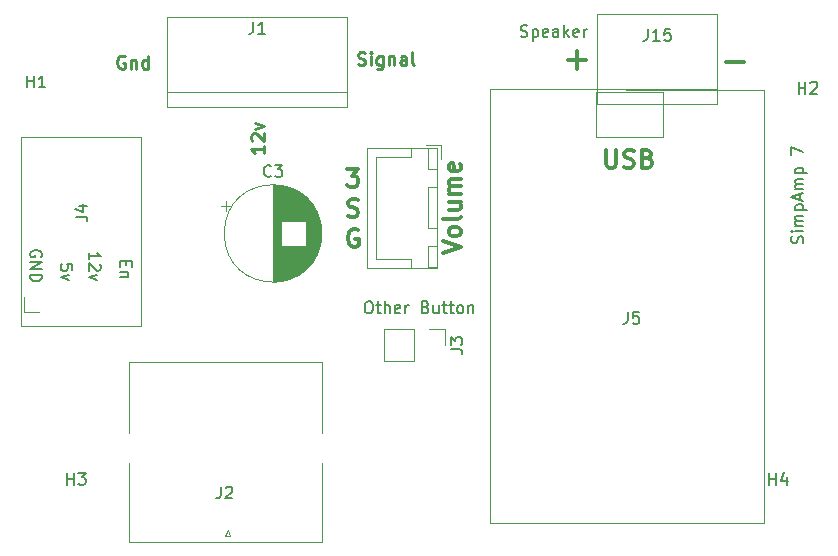
<source format=gbr>
G04 #@! TF.GenerationSoftware,KiCad,Pcbnew,(5.1.6)-1*
G04 #@! TF.CreationDate,2021-07-19T19:51:57-05:00*
G04 #@! TF.ProjectId,SimpleBuildSoundsAmp,53696d70-6c65-4427-9569-6c64536f756e,rev?*
G04 #@! TF.SameCoordinates,Original*
G04 #@! TF.FileFunction,Legend,Top*
G04 #@! TF.FilePolarity,Positive*
%FSLAX46Y46*%
G04 Gerber Fmt 4.6, Leading zero omitted, Abs format (unit mm)*
G04 Created by KiCad (PCBNEW (5.1.6)-1) date 2021-07-19 19:51:57*
%MOMM*%
%LPD*%
G01*
G04 APERTURE LIST*
%ADD10C,0.300000*%
%ADD11C,0.223800*%
%ADD12C,0.149860*%
%ADD13C,0.120000*%
%ADD14C,0.150000*%
G04 APERTURE END LIST*
D10*
X161650000Y-57188571D02*
X162578571Y-57188571D01*
X162078571Y-57760000D01*
X162292857Y-57760000D01*
X162435714Y-57831428D01*
X162507142Y-57902857D01*
X162578571Y-58045714D01*
X162578571Y-58402857D01*
X162507142Y-58545714D01*
X162435714Y-58617142D01*
X162292857Y-58688571D01*
X161864285Y-58688571D01*
X161721428Y-58617142D01*
X161650000Y-58545714D01*
X161721428Y-61167142D02*
X161935714Y-61238571D01*
X162292857Y-61238571D01*
X162435714Y-61167142D01*
X162507142Y-61095714D01*
X162578571Y-60952857D01*
X162578571Y-60810000D01*
X162507142Y-60667142D01*
X162435714Y-60595714D01*
X162292857Y-60524285D01*
X162007142Y-60452857D01*
X161864285Y-60381428D01*
X161792857Y-60310000D01*
X161721428Y-60167142D01*
X161721428Y-60024285D01*
X161792857Y-59881428D01*
X161864285Y-59810000D01*
X162007142Y-59738571D01*
X162364285Y-59738571D01*
X162578571Y-59810000D01*
X162542857Y-62360000D02*
X162400000Y-62288571D01*
X162185714Y-62288571D01*
X161971428Y-62360000D01*
X161828571Y-62502857D01*
X161757142Y-62645714D01*
X161685714Y-62931428D01*
X161685714Y-63145714D01*
X161757142Y-63431428D01*
X161828571Y-63574285D01*
X161971428Y-63717142D01*
X162185714Y-63788571D01*
X162328571Y-63788571D01*
X162542857Y-63717142D01*
X162614285Y-63645714D01*
X162614285Y-63145714D01*
X162328571Y-63145714D01*
X183557142Y-55578571D02*
X183557142Y-56792857D01*
X183628571Y-56935714D01*
X183700000Y-57007142D01*
X183842857Y-57078571D01*
X184128571Y-57078571D01*
X184271428Y-57007142D01*
X184342857Y-56935714D01*
X184414285Y-56792857D01*
X184414285Y-55578571D01*
X185057142Y-57007142D02*
X185271428Y-57078571D01*
X185628571Y-57078571D01*
X185771428Y-57007142D01*
X185842857Y-56935714D01*
X185914285Y-56792857D01*
X185914285Y-56650000D01*
X185842857Y-56507142D01*
X185771428Y-56435714D01*
X185628571Y-56364285D01*
X185342857Y-56292857D01*
X185200000Y-56221428D01*
X185128571Y-56150000D01*
X185057142Y-56007142D01*
X185057142Y-55864285D01*
X185128571Y-55721428D01*
X185200000Y-55650000D01*
X185342857Y-55578571D01*
X185700000Y-55578571D01*
X185914285Y-55650000D01*
X187057142Y-56292857D02*
X187271428Y-56364285D01*
X187342857Y-56435714D01*
X187414285Y-56578571D01*
X187414285Y-56792857D01*
X187342857Y-56935714D01*
X187271428Y-57007142D01*
X187128571Y-57078571D01*
X186557142Y-57078571D01*
X186557142Y-55578571D01*
X187057142Y-55578571D01*
X187200000Y-55650000D01*
X187271428Y-55721428D01*
X187342857Y-55864285D01*
X187342857Y-56007142D01*
X187271428Y-56150000D01*
X187200000Y-56221428D01*
X187057142Y-56292857D01*
X186557142Y-56292857D01*
X193738095Y-48142857D02*
X195261904Y-48142857D01*
X180338095Y-47942857D02*
X181861904Y-47942857D01*
X181100000Y-48704761D02*
X181100000Y-47180952D01*
D11*
X162542857Y-48345238D02*
X162700000Y-48397619D01*
X162961904Y-48397619D01*
X163066666Y-48345238D01*
X163119047Y-48292857D01*
X163171428Y-48188095D01*
X163171428Y-48083333D01*
X163119047Y-47978571D01*
X163066666Y-47926190D01*
X162961904Y-47873809D01*
X162752380Y-47821428D01*
X162647619Y-47769047D01*
X162595238Y-47716666D01*
X162542857Y-47611904D01*
X162542857Y-47507142D01*
X162595238Y-47402380D01*
X162647619Y-47350000D01*
X162752380Y-47297619D01*
X163014285Y-47297619D01*
X163171428Y-47350000D01*
X163642857Y-48397619D02*
X163642857Y-47664285D01*
X163642857Y-47297619D02*
X163590476Y-47350000D01*
X163642857Y-47402380D01*
X163695238Y-47350000D01*
X163642857Y-47297619D01*
X163642857Y-47402380D01*
X164638095Y-47664285D02*
X164638095Y-48554761D01*
X164585714Y-48659523D01*
X164533333Y-48711904D01*
X164428571Y-48764285D01*
X164271428Y-48764285D01*
X164166666Y-48711904D01*
X164638095Y-48345238D02*
X164533333Y-48397619D01*
X164323809Y-48397619D01*
X164219047Y-48345238D01*
X164166666Y-48292857D01*
X164114285Y-48188095D01*
X164114285Y-47873809D01*
X164166666Y-47769047D01*
X164219047Y-47716666D01*
X164323809Y-47664285D01*
X164533333Y-47664285D01*
X164638095Y-47716666D01*
X165161904Y-47664285D02*
X165161904Y-48397619D01*
X165161904Y-47769047D02*
X165214285Y-47716666D01*
X165319047Y-47664285D01*
X165476190Y-47664285D01*
X165580952Y-47716666D01*
X165633333Y-47821428D01*
X165633333Y-48397619D01*
X166628571Y-48397619D02*
X166628571Y-47821428D01*
X166576190Y-47716666D01*
X166471428Y-47664285D01*
X166261904Y-47664285D01*
X166157142Y-47716666D01*
X166628571Y-48345238D02*
X166523809Y-48397619D01*
X166261904Y-48397619D01*
X166157142Y-48345238D01*
X166104761Y-48240476D01*
X166104761Y-48135714D01*
X166157142Y-48030952D01*
X166261904Y-47978571D01*
X166523809Y-47978571D01*
X166628571Y-47926190D01*
X167309523Y-48397619D02*
X167204761Y-48345238D01*
X167152380Y-48240476D01*
X167152380Y-47297619D01*
X142792857Y-47650000D02*
X142688095Y-47597619D01*
X142530952Y-47597619D01*
X142373809Y-47650000D01*
X142269047Y-47754761D01*
X142216666Y-47859523D01*
X142164285Y-48069047D01*
X142164285Y-48226190D01*
X142216666Y-48435714D01*
X142269047Y-48540476D01*
X142373809Y-48645238D01*
X142530952Y-48697619D01*
X142635714Y-48697619D01*
X142792857Y-48645238D01*
X142845238Y-48592857D01*
X142845238Y-48226190D01*
X142635714Y-48226190D01*
X143316666Y-47964285D02*
X143316666Y-48697619D01*
X143316666Y-48069047D02*
X143369047Y-48016666D01*
X143473809Y-47964285D01*
X143630952Y-47964285D01*
X143735714Y-48016666D01*
X143788095Y-48121428D01*
X143788095Y-48697619D01*
X144783333Y-48697619D02*
X144783333Y-47597619D01*
X144783333Y-48645238D02*
X144678571Y-48697619D01*
X144469047Y-48697619D01*
X144364285Y-48645238D01*
X144311904Y-48592857D01*
X144259523Y-48488095D01*
X144259523Y-48173809D01*
X144311904Y-48069047D01*
X144364285Y-48016666D01*
X144469047Y-47964285D01*
X144678571Y-47964285D01*
X144783333Y-48016666D01*
X154597619Y-55228571D02*
X154597619Y-55857142D01*
X154597619Y-55542857D02*
X153497619Y-55542857D01*
X153654761Y-55647619D01*
X153759523Y-55752380D01*
X153811904Y-55857142D01*
X153602380Y-54809523D02*
X153550000Y-54757142D01*
X153497619Y-54652380D01*
X153497619Y-54390476D01*
X153550000Y-54285714D01*
X153602380Y-54233333D01*
X153707142Y-54180952D01*
X153811904Y-54180952D01*
X153969047Y-54233333D01*
X154597619Y-54861904D01*
X154597619Y-54180952D01*
X153864285Y-53814285D02*
X154597619Y-53552380D01*
X153864285Y-53290476D01*
D12*
X200204761Y-63472610D02*
X200252380Y-63329754D01*
X200252380Y-63091659D01*
X200204761Y-62996421D01*
X200157142Y-62948802D01*
X200061904Y-62901183D01*
X199966666Y-62901183D01*
X199871428Y-62948802D01*
X199823809Y-62996421D01*
X199776190Y-63091659D01*
X199728571Y-63282135D01*
X199680952Y-63377373D01*
X199633333Y-63424992D01*
X199538095Y-63472610D01*
X199442857Y-63472610D01*
X199347619Y-63424992D01*
X199300001Y-63377373D01*
X199252382Y-63282135D01*
X199252382Y-63044040D01*
X199300001Y-62901183D01*
X200252380Y-62472612D02*
X199585714Y-62472612D01*
X199252382Y-62472612D02*
X199300001Y-62520231D01*
X199347619Y-62472612D01*
X199300001Y-62424994D01*
X199252382Y-62472612D01*
X199347619Y-62472612D01*
X200252380Y-61996423D02*
X199585714Y-61996423D01*
X199680952Y-61996423D02*
X199633333Y-61948804D01*
X199585714Y-61853566D01*
X199585714Y-61710709D01*
X199633333Y-61615471D01*
X199728571Y-61567852D01*
X200252380Y-61567852D01*
X199728571Y-61567852D02*
X199633333Y-61520233D01*
X199585714Y-61424996D01*
X199585714Y-61282139D01*
X199633333Y-61186901D01*
X199728571Y-61139282D01*
X200252380Y-61139282D01*
X199585714Y-60663092D02*
X200585712Y-60663092D01*
X199633333Y-60663092D02*
X199585714Y-60567854D01*
X199585714Y-60377379D01*
X199633333Y-60282141D01*
X199680952Y-60234522D01*
X199776190Y-60186903D01*
X200061904Y-60186903D01*
X200157142Y-60234522D01*
X200204761Y-60282141D01*
X200252380Y-60377379D01*
X200252380Y-60567854D01*
X200204761Y-60663092D01*
X199966666Y-59805951D02*
X199966666Y-59329762D01*
X200252380Y-59901189D02*
X199252382Y-59567856D01*
X200252380Y-59234524D01*
X200252380Y-58901191D02*
X199585714Y-58901191D01*
X199680952Y-58901191D02*
X199633333Y-58853572D01*
X199585714Y-58758334D01*
X199585714Y-58615477D01*
X199633333Y-58520239D01*
X199728571Y-58472620D01*
X200252380Y-58472620D01*
X199728571Y-58472620D02*
X199633333Y-58425002D01*
X199585714Y-58329764D01*
X199585714Y-58186907D01*
X199633333Y-58091669D01*
X199728571Y-58044050D01*
X200252380Y-58044050D01*
X199585714Y-57567860D02*
X200585712Y-57567860D01*
X199633333Y-57567860D02*
X199585714Y-57472622D01*
X199585714Y-57282147D01*
X199633333Y-57186909D01*
X199680952Y-57139290D01*
X199776190Y-57091671D01*
X200061904Y-57091671D01*
X200157142Y-57139290D01*
X200204761Y-57186909D01*
X200252380Y-57282147D01*
X200252380Y-57472622D01*
X200204761Y-57567860D01*
X199252382Y-55996435D02*
X199252382Y-55329770D01*
X200252380Y-55758340D01*
D13*
X173720000Y-87150000D02*
X196920000Y-87150000D01*
X173729200Y-50442000D02*
X173720000Y-87150000D01*
X196920000Y-50470000D02*
X196920000Y-87150000D01*
X173729200Y-50442000D02*
X196920000Y-50470000D01*
X182670000Y-50665000D02*
X188385000Y-50665000D01*
X188385000Y-50665000D02*
X188385000Y-54475000D01*
X188385000Y-54475000D02*
X182670000Y-54475000D01*
X182670000Y-54475000D02*
X182670000Y-50665000D01*
X144149000Y-70521000D02*
X144149000Y-54521000D01*
X133989000Y-54521000D02*
X144149000Y-54521000D01*
X133989000Y-70521000D02*
X133989000Y-54521000D01*
X134250000Y-69290000D02*
X134250000Y-68020000D01*
X135520000Y-69290000D02*
X134250000Y-69290000D01*
X133989000Y-70521000D02*
X144149000Y-70521000D01*
X164730000Y-70780000D02*
X164730000Y-73440000D01*
X167330000Y-70780000D02*
X164730000Y-70780000D01*
X167330000Y-73440000D02*
X164730000Y-73440000D01*
X167330000Y-70780000D02*
X167330000Y-73440000D01*
X168600000Y-70780000D02*
X169930000Y-70780000D01*
X169930000Y-70780000D02*
X169930000Y-72110000D01*
X159470000Y-62650000D02*
G75*
G03*
X159470000Y-62650000I-4120000J0D01*
G01*
X155350000Y-58570000D02*
X155350000Y-66730000D01*
X155390000Y-58570000D02*
X155390000Y-66730000D01*
X155430000Y-58570000D02*
X155430000Y-66730000D01*
X155470000Y-58571000D02*
X155470000Y-66729000D01*
X155510000Y-58573000D02*
X155510000Y-66727000D01*
X155550000Y-58574000D02*
X155550000Y-66726000D01*
X155590000Y-58576000D02*
X155590000Y-66724000D01*
X155630000Y-58579000D02*
X155630000Y-66721000D01*
X155670000Y-58582000D02*
X155670000Y-66718000D01*
X155710000Y-58585000D02*
X155710000Y-66715000D01*
X155750000Y-58589000D02*
X155750000Y-66711000D01*
X155790000Y-58593000D02*
X155790000Y-66707000D01*
X155830000Y-58598000D02*
X155830000Y-66702000D01*
X155870000Y-58602000D02*
X155870000Y-66698000D01*
X155910000Y-58608000D02*
X155910000Y-66692000D01*
X155950000Y-58613000D02*
X155950000Y-66687000D01*
X155990000Y-58620000D02*
X155990000Y-66680000D01*
X156030000Y-58626000D02*
X156030000Y-66674000D01*
X156071000Y-58633000D02*
X156071000Y-61610000D01*
X156071000Y-63690000D02*
X156071000Y-66667000D01*
X156111000Y-58640000D02*
X156111000Y-61610000D01*
X156111000Y-63690000D02*
X156111000Y-66660000D01*
X156151000Y-58648000D02*
X156151000Y-61610000D01*
X156151000Y-63690000D02*
X156151000Y-66652000D01*
X156191000Y-58656000D02*
X156191000Y-61610000D01*
X156191000Y-63690000D02*
X156191000Y-66644000D01*
X156231000Y-58665000D02*
X156231000Y-61610000D01*
X156231000Y-63690000D02*
X156231000Y-66635000D01*
X156271000Y-58674000D02*
X156271000Y-61610000D01*
X156271000Y-63690000D02*
X156271000Y-66626000D01*
X156311000Y-58683000D02*
X156311000Y-61610000D01*
X156311000Y-63690000D02*
X156311000Y-66617000D01*
X156351000Y-58693000D02*
X156351000Y-61610000D01*
X156351000Y-63690000D02*
X156351000Y-66607000D01*
X156391000Y-58703000D02*
X156391000Y-61610000D01*
X156391000Y-63690000D02*
X156391000Y-66597000D01*
X156431000Y-58714000D02*
X156431000Y-61610000D01*
X156431000Y-63690000D02*
X156431000Y-66586000D01*
X156471000Y-58725000D02*
X156471000Y-61610000D01*
X156471000Y-63690000D02*
X156471000Y-66575000D01*
X156511000Y-58736000D02*
X156511000Y-61610000D01*
X156511000Y-63690000D02*
X156511000Y-66564000D01*
X156551000Y-58748000D02*
X156551000Y-61610000D01*
X156551000Y-63690000D02*
X156551000Y-66552000D01*
X156591000Y-58761000D02*
X156591000Y-61610000D01*
X156591000Y-63690000D02*
X156591000Y-66539000D01*
X156631000Y-58773000D02*
X156631000Y-61610000D01*
X156631000Y-63690000D02*
X156631000Y-66527000D01*
X156671000Y-58787000D02*
X156671000Y-61610000D01*
X156671000Y-63690000D02*
X156671000Y-66513000D01*
X156711000Y-58800000D02*
X156711000Y-61610000D01*
X156711000Y-63690000D02*
X156711000Y-66500000D01*
X156751000Y-58815000D02*
X156751000Y-61610000D01*
X156751000Y-63690000D02*
X156751000Y-66485000D01*
X156791000Y-58829000D02*
X156791000Y-61610000D01*
X156791000Y-63690000D02*
X156791000Y-66471000D01*
X156831000Y-58845000D02*
X156831000Y-61610000D01*
X156831000Y-63690000D02*
X156831000Y-66455000D01*
X156871000Y-58860000D02*
X156871000Y-61610000D01*
X156871000Y-63690000D02*
X156871000Y-66440000D01*
X156911000Y-58876000D02*
X156911000Y-61610000D01*
X156911000Y-63690000D02*
X156911000Y-66424000D01*
X156951000Y-58893000D02*
X156951000Y-61610000D01*
X156951000Y-63690000D02*
X156951000Y-66407000D01*
X156991000Y-58910000D02*
X156991000Y-61610000D01*
X156991000Y-63690000D02*
X156991000Y-66390000D01*
X157031000Y-58928000D02*
X157031000Y-61610000D01*
X157031000Y-63690000D02*
X157031000Y-66372000D01*
X157071000Y-58946000D02*
X157071000Y-61610000D01*
X157071000Y-63690000D02*
X157071000Y-66354000D01*
X157111000Y-58964000D02*
X157111000Y-61610000D01*
X157111000Y-63690000D02*
X157111000Y-66336000D01*
X157151000Y-58984000D02*
X157151000Y-61610000D01*
X157151000Y-63690000D02*
X157151000Y-66316000D01*
X157191000Y-59003000D02*
X157191000Y-61610000D01*
X157191000Y-63690000D02*
X157191000Y-66297000D01*
X157231000Y-59023000D02*
X157231000Y-61610000D01*
X157231000Y-63690000D02*
X157231000Y-66277000D01*
X157271000Y-59044000D02*
X157271000Y-61610000D01*
X157271000Y-63690000D02*
X157271000Y-66256000D01*
X157311000Y-59066000D02*
X157311000Y-61610000D01*
X157311000Y-63690000D02*
X157311000Y-66234000D01*
X157351000Y-59088000D02*
X157351000Y-61610000D01*
X157351000Y-63690000D02*
X157351000Y-66212000D01*
X157391000Y-59110000D02*
X157391000Y-61610000D01*
X157391000Y-63690000D02*
X157391000Y-66190000D01*
X157431000Y-59133000D02*
X157431000Y-61610000D01*
X157431000Y-63690000D02*
X157431000Y-66167000D01*
X157471000Y-59157000D02*
X157471000Y-61610000D01*
X157471000Y-63690000D02*
X157471000Y-66143000D01*
X157511000Y-59181000D02*
X157511000Y-61610000D01*
X157511000Y-63690000D02*
X157511000Y-66119000D01*
X157551000Y-59206000D02*
X157551000Y-61610000D01*
X157551000Y-63690000D02*
X157551000Y-66094000D01*
X157591000Y-59232000D02*
X157591000Y-61610000D01*
X157591000Y-63690000D02*
X157591000Y-66068000D01*
X157631000Y-59258000D02*
X157631000Y-61610000D01*
X157631000Y-63690000D02*
X157631000Y-66042000D01*
X157671000Y-59285000D02*
X157671000Y-61610000D01*
X157671000Y-63690000D02*
X157671000Y-66015000D01*
X157711000Y-59312000D02*
X157711000Y-61610000D01*
X157711000Y-63690000D02*
X157711000Y-65988000D01*
X157751000Y-59341000D02*
X157751000Y-61610000D01*
X157751000Y-63690000D02*
X157751000Y-65959000D01*
X157791000Y-59370000D02*
X157791000Y-61610000D01*
X157791000Y-63690000D02*
X157791000Y-65930000D01*
X157831000Y-59400000D02*
X157831000Y-61610000D01*
X157831000Y-63690000D02*
X157831000Y-65900000D01*
X157871000Y-59430000D02*
X157871000Y-61610000D01*
X157871000Y-63690000D02*
X157871000Y-65870000D01*
X157911000Y-59461000D02*
X157911000Y-61610000D01*
X157911000Y-63690000D02*
X157911000Y-65839000D01*
X157951000Y-59494000D02*
X157951000Y-61610000D01*
X157951000Y-63690000D02*
X157951000Y-65806000D01*
X157991000Y-59526000D02*
X157991000Y-61610000D01*
X157991000Y-63690000D02*
X157991000Y-65774000D01*
X158031000Y-59560000D02*
X158031000Y-61610000D01*
X158031000Y-63690000D02*
X158031000Y-65740000D01*
X158071000Y-59595000D02*
X158071000Y-61610000D01*
X158071000Y-63690000D02*
X158071000Y-65705000D01*
X158111000Y-59631000D02*
X158111000Y-61610000D01*
X158111000Y-63690000D02*
X158111000Y-65669000D01*
X158151000Y-59667000D02*
X158151000Y-65633000D01*
X158191000Y-59705000D02*
X158191000Y-65595000D01*
X158231000Y-59743000D02*
X158231000Y-65557000D01*
X158271000Y-59783000D02*
X158271000Y-65517000D01*
X158311000Y-59824000D02*
X158311000Y-65476000D01*
X158351000Y-59866000D02*
X158351000Y-65434000D01*
X158391000Y-59909000D02*
X158391000Y-65391000D01*
X158431000Y-59953000D02*
X158431000Y-65347000D01*
X158471000Y-59999000D02*
X158471000Y-65301000D01*
X158511000Y-60046000D02*
X158511000Y-65254000D01*
X158551000Y-60094000D02*
X158551000Y-65206000D01*
X158591000Y-60145000D02*
X158591000Y-65155000D01*
X158631000Y-60196000D02*
X158631000Y-65104000D01*
X158671000Y-60250000D02*
X158671000Y-65050000D01*
X158711000Y-60305000D02*
X158711000Y-64995000D01*
X158751000Y-60363000D02*
X158751000Y-64937000D01*
X158791000Y-60422000D02*
X158791000Y-64878000D01*
X158831000Y-60484000D02*
X158831000Y-64816000D01*
X158871000Y-60548000D02*
X158871000Y-64752000D01*
X158911000Y-60616000D02*
X158911000Y-64684000D01*
X158951000Y-60686000D02*
X158951000Y-64614000D01*
X158991000Y-60760000D02*
X158991000Y-64540000D01*
X159031000Y-60837000D02*
X159031000Y-64463000D01*
X159071000Y-60919000D02*
X159071000Y-64381000D01*
X159111000Y-61005000D02*
X159111000Y-64295000D01*
X159151000Y-61098000D02*
X159151000Y-64202000D01*
X159191000Y-61197000D02*
X159191000Y-64103000D01*
X159231000Y-61304000D02*
X159231000Y-63996000D01*
X159271000Y-61421000D02*
X159271000Y-63879000D01*
X159311000Y-61552000D02*
X159311000Y-63748000D01*
X159351000Y-61702000D02*
X159351000Y-63598000D01*
X159391000Y-61882000D02*
X159391000Y-63418000D01*
X159431000Y-62117000D02*
X159431000Y-63183000D01*
X150940302Y-60335000D02*
X151740302Y-60335000D01*
X151340302Y-59935000D02*
X151340302Y-60735000D01*
X192920000Y-50440000D02*
X182760000Y-50440000D01*
X192920000Y-51710000D02*
X192920000Y-44090000D01*
X192920000Y-44090000D02*
X182760000Y-44090000D01*
X182760000Y-44090000D02*
X182760000Y-51710000D01*
X182760000Y-51710000D02*
X192920000Y-51710000D01*
X159536940Y-82049820D02*
X159535060Y-88780820D01*
X159535060Y-73540820D02*
X159535060Y-79553000D01*
X143126940Y-82049820D02*
X143125060Y-88780820D01*
X143125060Y-88780820D02*
X159535060Y-88780820D01*
X143125060Y-73540820D02*
X143125060Y-79553000D01*
X143125060Y-73540820D02*
X159535060Y-73540820D01*
X151287960Y-88229640D02*
X151727380Y-88229640D01*
X151727380Y-88229640D02*
X151501320Y-87797840D01*
X151501320Y-87797840D02*
X151287960Y-88229640D01*
X146360000Y-51910000D02*
X161600000Y-51910000D01*
X146360000Y-44290000D02*
X161600000Y-44290000D01*
X146360000Y-50640000D02*
X161600000Y-50640000D01*
X161600000Y-51910000D02*
X161600000Y-44290000D01*
X146360000Y-51910000D02*
X146360000Y-44290000D01*
X169560000Y-55130000D02*
X168310000Y-55130000D01*
X169560000Y-56380000D02*
X169560000Y-55130000D01*
X164060000Y-64780000D02*
X164060000Y-60480000D01*
X167010000Y-64780000D02*
X164060000Y-64780000D01*
X167010000Y-65530000D02*
X167010000Y-64780000D01*
X164060000Y-56180000D02*
X164060000Y-60480000D01*
X167010000Y-56180000D02*
X164060000Y-56180000D01*
X167010000Y-55430000D02*
X167010000Y-56180000D01*
X169260000Y-65530000D02*
X169260000Y-63730000D01*
X168510000Y-65530000D02*
X169260000Y-65530000D01*
X168510000Y-63730000D02*
X168510000Y-65530000D01*
X169260000Y-63730000D02*
X168510000Y-63730000D01*
X169260000Y-57230000D02*
X169260000Y-55430000D01*
X168510000Y-57230000D02*
X169260000Y-57230000D01*
X168510000Y-55430000D02*
X168510000Y-57230000D01*
X169260000Y-55430000D02*
X168510000Y-55430000D01*
X169260000Y-62230000D02*
X169260000Y-58730000D01*
X168510000Y-62230000D02*
X169260000Y-62230000D01*
X168510000Y-58730000D02*
X168510000Y-62230000D01*
X169260000Y-58730000D02*
X168510000Y-58730000D01*
X169270000Y-65540000D02*
X169270000Y-55420000D01*
X163300000Y-65540000D02*
X169270000Y-65540000D01*
X163300000Y-55420000D02*
X163300000Y-65540000D01*
X169270000Y-55420000D02*
X163300000Y-55420000D01*
D14*
X185371966Y-69299980D02*
X185371966Y-70014266D01*
X185324347Y-70157123D01*
X185229109Y-70252361D01*
X185086252Y-70299980D01*
X184991014Y-70299980D01*
X186324347Y-69299980D02*
X185848157Y-69299980D01*
X185800538Y-69776171D01*
X185848157Y-69728552D01*
X185943395Y-69680933D01*
X186181490Y-69680933D01*
X186276728Y-69728552D01*
X186324347Y-69776171D01*
X186371966Y-69871409D01*
X186371966Y-70109504D01*
X186324347Y-70204742D01*
X186276728Y-70252361D01*
X186181490Y-70299980D01*
X185943395Y-70299980D01*
X185848157Y-70252361D01*
X185800538Y-70204742D01*
X197358095Y-83924880D02*
X197358095Y-82924880D01*
X197358095Y-83401071D02*
X197929523Y-83401071D01*
X197929523Y-83924880D02*
X197929523Y-82924880D01*
X198834285Y-83258214D02*
X198834285Y-83924880D01*
X198596190Y-82877261D02*
X198358095Y-83591547D01*
X198977142Y-83591547D01*
X137922095Y-83924880D02*
X137922095Y-82924880D01*
X137922095Y-83401071D02*
X138493523Y-83401071D01*
X138493523Y-83924880D02*
X138493523Y-82924880D01*
X138874476Y-82924880D02*
X139493523Y-82924880D01*
X139160190Y-83305833D01*
X139303047Y-83305833D01*
X139398285Y-83353452D01*
X139445904Y-83401071D01*
X139493523Y-83496309D01*
X139493523Y-83734404D01*
X139445904Y-83829642D01*
X139398285Y-83877261D01*
X139303047Y-83924880D01*
X139017333Y-83924880D01*
X138922095Y-83877261D01*
X138874476Y-83829642D01*
X199848095Y-50822380D02*
X199848095Y-49822380D01*
X199848095Y-50298571D02*
X200419523Y-50298571D01*
X200419523Y-50822380D02*
X200419523Y-49822380D01*
X200848095Y-49917619D02*
X200895714Y-49870000D01*
X200990952Y-49822380D01*
X201229047Y-49822380D01*
X201324285Y-49870000D01*
X201371904Y-49917619D01*
X201419523Y-50012857D01*
X201419523Y-50108095D01*
X201371904Y-50250952D01*
X200800476Y-50822380D01*
X201419523Y-50822380D01*
X134518095Y-50282380D02*
X134518095Y-49282380D01*
X134518095Y-49758571D02*
X135089523Y-49758571D01*
X135089523Y-50282380D02*
X135089523Y-49282380D01*
X136089523Y-50282380D02*
X135518095Y-50282380D01*
X135803809Y-50282380D02*
X135803809Y-49282380D01*
X135708571Y-49425238D01*
X135613333Y-49520476D01*
X135518095Y-49568095D01*
X138634780Y-61228633D02*
X139349066Y-61228633D01*
X139491923Y-61276252D01*
X139587161Y-61371490D01*
X139634780Y-61514347D01*
X139634780Y-61609585D01*
X138968114Y-60323871D02*
X139634780Y-60323871D01*
X138587161Y-60561966D02*
X139301447Y-60800061D01*
X139301447Y-60181014D01*
X142949528Y-65016533D02*
X142949528Y-65349866D01*
X142425719Y-65492723D02*
X142425719Y-65016533D01*
X143425719Y-65016533D01*
X143425719Y-65492723D01*
X143092385Y-65921295D02*
X142425719Y-65921295D01*
X142997147Y-65921295D02*
X143044766Y-65968914D01*
X143092385Y-66064152D01*
X143092385Y-66207009D01*
X143044766Y-66302247D01*
X142949528Y-66349866D01*
X142425719Y-66349866D01*
X139761259Y-64855231D02*
X139761259Y-64283802D01*
X139761259Y-64569517D02*
X140761259Y-64569517D01*
X140618401Y-64474279D01*
X140523163Y-64379040D01*
X140475544Y-64283802D01*
X140666020Y-65236183D02*
X140713640Y-65283802D01*
X140761259Y-65379040D01*
X140761259Y-65617136D01*
X140713640Y-65712374D01*
X140666020Y-65759993D01*
X140570782Y-65807612D01*
X140475544Y-65807612D01*
X140332687Y-65759993D01*
X139761259Y-65188564D01*
X139761259Y-65807612D01*
X140427925Y-66140945D02*
X139761259Y-66379040D01*
X140427925Y-66617136D01*
X138373659Y-65756242D02*
X138373659Y-65280052D01*
X137897468Y-65232433D01*
X137945087Y-65280052D01*
X137992706Y-65375290D01*
X137992706Y-65613385D01*
X137945087Y-65708623D01*
X137897468Y-65756242D01*
X137802230Y-65803861D01*
X137564135Y-65803861D01*
X137468897Y-65756242D01*
X137421278Y-65708623D01*
X137373659Y-65613385D01*
X137373659Y-65375290D01*
X137421278Y-65280052D01*
X137468897Y-65232433D01*
X138040325Y-66137195D02*
X137373659Y-66375290D01*
X138040325Y-66613385D01*
X135742860Y-64624115D02*
X135790479Y-64528877D01*
X135790479Y-64386020D01*
X135742860Y-64243162D01*
X135647621Y-64147924D01*
X135552383Y-64100305D01*
X135361907Y-64052686D01*
X135219050Y-64052686D01*
X135028574Y-64100305D01*
X134933336Y-64147924D01*
X134838098Y-64243162D01*
X134790479Y-64386020D01*
X134790479Y-64481258D01*
X134838098Y-64624115D01*
X134885717Y-64671734D01*
X135219050Y-64671734D01*
X135219050Y-64481258D01*
X134790479Y-65100305D02*
X135790479Y-65100305D01*
X134790479Y-65671734D01*
X135790479Y-65671734D01*
X134790479Y-66147924D02*
X135790479Y-66147924D01*
X135790479Y-66386020D01*
X135742860Y-66528877D01*
X135647621Y-66624115D01*
X135552383Y-66671734D01*
X135361907Y-66719353D01*
X135219050Y-66719353D01*
X135028574Y-66671734D01*
X134933336Y-66624115D01*
X134838098Y-66528877D01*
X134790479Y-66386020D01*
X134790479Y-66147924D01*
X170382380Y-72443333D02*
X171096666Y-72443333D01*
X171239523Y-72490952D01*
X171334761Y-72586190D01*
X171382380Y-72729047D01*
X171382380Y-72824285D01*
X170382380Y-72062380D02*
X170382380Y-71443333D01*
X170763333Y-71776666D01*
X170763333Y-71633809D01*
X170810952Y-71538571D01*
X170858571Y-71490952D01*
X170953809Y-71443333D01*
X171191904Y-71443333D01*
X171287142Y-71490952D01*
X171334761Y-71538571D01*
X171382380Y-71633809D01*
X171382380Y-71919523D01*
X171334761Y-72014761D01*
X171287142Y-72062380D01*
X163369047Y-68412380D02*
X163559523Y-68412380D01*
X163654761Y-68460000D01*
X163750000Y-68555238D01*
X163797619Y-68745714D01*
X163797619Y-69079047D01*
X163750000Y-69269523D01*
X163654761Y-69364761D01*
X163559523Y-69412380D01*
X163369047Y-69412380D01*
X163273809Y-69364761D01*
X163178571Y-69269523D01*
X163130952Y-69079047D01*
X163130952Y-68745714D01*
X163178571Y-68555238D01*
X163273809Y-68460000D01*
X163369047Y-68412380D01*
X164083333Y-68745714D02*
X164464285Y-68745714D01*
X164226190Y-68412380D02*
X164226190Y-69269523D01*
X164273809Y-69364761D01*
X164369047Y-69412380D01*
X164464285Y-69412380D01*
X164797619Y-69412380D02*
X164797619Y-68412380D01*
X165226190Y-69412380D02*
X165226190Y-68888571D01*
X165178571Y-68793333D01*
X165083333Y-68745714D01*
X164940476Y-68745714D01*
X164845238Y-68793333D01*
X164797619Y-68840952D01*
X166083333Y-69364761D02*
X165988095Y-69412380D01*
X165797619Y-69412380D01*
X165702380Y-69364761D01*
X165654761Y-69269523D01*
X165654761Y-68888571D01*
X165702380Y-68793333D01*
X165797619Y-68745714D01*
X165988095Y-68745714D01*
X166083333Y-68793333D01*
X166130952Y-68888571D01*
X166130952Y-68983809D01*
X165654761Y-69079047D01*
X166559523Y-69412380D02*
X166559523Y-68745714D01*
X166559523Y-68936190D02*
X166607142Y-68840952D01*
X166654761Y-68793333D01*
X166750000Y-68745714D01*
X166845238Y-68745714D01*
X168273809Y-68888571D02*
X168416666Y-68936190D01*
X168464285Y-68983809D01*
X168511904Y-69079047D01*
X168511904Y-69221904D01*
X168464285Y-69317142D01*
X168416666Y-69364761D01*
X168321428Y-69412380D01*
X167940476Y-69412380D01*
X167940476Y-68412380D01*
X168273809Y-68412380D01*
X168369047Y-68460000D01*
X168416666Y-68507619D01*
X168464285Y-68602857D01*
X168464285Y-68698095D01*
X168416666Y-68793333D01*
X168369047Y-68840952D01*
X168273809Y-68888571D01*
X167940476Y-68888571D01*
X169369047Y-68745714D02*
X169369047Y-69412380D01*
X168940476Y-68745714D02*
X168940476Y-69269523D01*
X168988095Y-69364761D01*
X169083333Y-69412380D01*
X169226190Y-69412380D01*
X169321428Y-69364761D01*
X169369047Y-69317142D01*
X169702380Y-68745714D02*
X170083333Y-68745714D01*
X169845238Y-68412380D02*
X169845238Y-69269523D01*
X169892857Y-69364761D01*
X169988095Y-69412380D01*
X170083333Y-69412380D01*
X170273809Y-68745714D02*
X170654761Y-68745714D01*
X170416666Y-68412380D02*
X170416666Y-69269523D01*
X170464285Y-69364761D01*
X170559523Y-69412380D01*
X170654761Y-69412380D01*
X171130952Y-69412380D02*
X171035714Y-69364761D01*
X170988095Y-69317142D01*
X170940476Y-69221904D01*
X170940476Y-68936190D01*
X170988095Y-68840952D01*
X171035714Y-68793333D01*
X171130952Y-68745714D01*
X171273809Y-68745714D01*
X171369047Y-68793333D01*
X171416666Y-68840952D01*
X171464285Y-68936190D01*
X171464285Y-69221904D01*
X171416666Y-69317142D01*
X171369047Y-69364761D01*
X171273809Y-69412380D01*
X171130952Y-69412380D01*
X171892857Y-68745714D02*
X171892857Y-69412380D01*
X171892857Y-68840952D02*
X171940476Y-68793333D01*
X172035714Y-68745714D01*
X172178571Y-68745714D01*
X172273809Y-68793333D01*
X172321428Y-68888571D01*
X172321428Y-69412380D01*
X155183333Y-57757142D02*
X155135714Y-57804761D01*
X154992857Y-57852380D01*
X154897619Y-57852380D01*
X154754761Y-57804761D01*
X154659523Y-57709523D01*
X154611904Y-57614285D01*
X154564285Y-57423809D01*
X154564285Y-57280952D01*
X154611904Y-57090476D01*
X154659523Y-56995238D01*
X154754761Y-56900000D01*
X154897619Y-56852380D01*
X154992857Y-56852380D01*
X155135714Y-56900000D01*
X155183333Y-56947619D01*
X155516666Y-56852380D02*
X156135714Y-56852380D01*
X155802380Y-57233333D01*
X155945238Y-57233333D01*
X156040476Y-57280952D01*
X156088095Y-57328571D01*
X156135714Y-57423809D01*
X156135714Y-57661904D01*
X156088095Y-57757142D01*
X156040476Y-57804761D01*
X155945238Y-57852380D01*
X155659523Y-57852380D01*
X155564285Y-57804761D01*
X155516666Y-57757142D01*
X187090476Y-45342380D02*
X187090476Y-46056666D01*
X187042857Y-46199523D01*
X186947619Y-46294761D01*
X186804761Y-46342380D01*
X186709523Y-46342380D01*
X188090476Y-46342380D02*
X187519047Y-46342380D01*
X187804761Y-46342380D02*
X187804761Y-45342380D01*
X187709523Y-45485238D01*
X187614285Y-45580476D01*
X187519047Y-45628095D01*
X188995238Y-45342380D02*
X188519047Y-45342380D01*
X188471428Y-45818571D01*
X188519047Y-45770952D01*
X188614285Y-45723333D01*
X188852380Y-45723333D01*
X188947619Y-45770952D01*
X188995238Y-45818571D01*
X189042857Y-45913809D01*
X189042857Y-46151904D01*
X188995238Y-46247142D01*
X188947619Y-46294761D01*
X188852380Y-46342380D01*
X188614285Y-46342380D01*
X188519047Y-46294761D01*
X188471428Y-46247142D01*
X176328095Y-45964761D02*
X176470952Y-46012380D01*
X176709047Y-46012380D01*
X176804285Y-45964761D01*
X176851904Y-45917142D01*
X176899523Y-45821904D01*
X176899523Y-45726666D01*
X176851904Y-45631428D01*
X176804285Y-45583809D01*
X176709047Y-45536190D01*
X176518571Y-45488571D01*
X176423333Y-45440952D01*
X176375714Y-45393333D01*
X176328095Y-45298095D01*
X176328095Y-45202857D01*
X176375714Y-45107619D01*
X176423333Y-45060000D01*
X176518571Y-45012380D01*
X176756666Y-45012380D01*
X176899523Y-45060000D01*
X177328095Y-45345714D02*
X177328095Y-46345714D01*
X177328095Y-45393333D02*
X177423333Y-45345714D01*
X177613809Y-45345714D01*
X177709047Y-45393333D01*
X177756666Y-45440952D01*
X177804285Y-45536190D01*
X177804285Y-45821904D01*
X177756666Y-45917142D01*
X177709047Y-45964761D01*
X177613809Y-46012380D01*
X177423333Y-46012380D01*
X177328095Y-45964761D01*
X178613809Y-45964761D02*
X178518571Y-46012380D01*
X178328095Y-46012380D01*
X178232857Y-45964761D01*
X178185238Y-45869523D01*
X178185238Y-45488571D01*
X178232857Y-45393333D01*
X178328095Y-45345714D01*
X178518571Y-45345714D01*
X178613809Y-45393333D01*
X178661428Y-45488571D01*
X178661428Y-45583809D01*
X178185238Y-45679047D01*
X179518571Y-46012380D02*
X179518571Y-45488571D01*
X179470952Y-45393333D01*
X179375714Y-45345714D01*
X179185238Y-45345714D01*
X179090000Y-45393333D01*
X179518571Y-45964761D02*
X179423333Y-46012380D01*
X179185238Y-46012380D01*
X179090000Y-45964761D01*
X179042380Y-45869523D01*
X179042380Y-45774285D01*
X179090000Y-45679047D01*
X179185238Y-45631428D01*
X179423333Y-45631428D01*
X179518571Y-45583809D01*
X179994761Y-46012380D02*
X179994761Y-45012380D01*
X180090000Y-45631428D02*
X180375714Y-46012380D01*
X180375714Y-45345714D02*
X179994761Y-45726666D01*
X181185238Y-45964761D02*
X181090000Y-46012380D01*
X180899523Y-46012380D01*
X180804285Y-45964761D01*
X180756666Y-45869523D01*
X180756666Y-45488571D01*
X180804285Y-45393333D01*
X180899523Y-45345714D01*
X181090000Y-45345714D01*
X181185238Y-45393333D01*
X181232857Y-45488571D01*
X181232857Y-45583809D01*
X180756666Y-45679047D01*
X181661428Y-46012380D02*
X181661428Y-45345714D01*
X181661428Y-45536190D02*
X181709047Y-45440952D01*
X181756666Y-45393333D01*
X181851904Y-45345714D01*
X181947142Y-45345714D01*
X150919066Y-84080300D02*
X150919066Y-84794586D01*
X150871447Y-84937443D01*
X150776209Y-85032681D01*
X150633352Y-85080300D01*
X150538114Y-85080300D01*
X151347638Y-84175539D02*
X151395257Y-84127920D01*
X151490495Y-84080300D01*
X151728590Y-84080300D01*
X151823828Y-84127920D01*
X151871447Y-84175539D01*
X151919066Y-84270777D01*
X151919066Y-84366015D01*
X151871447Y-84508872D01*
X151300019Y-85080300D01*
X151919066Y-85080300D01*
X153666666Y-44752380D02*
X153666666Y-45466666D01*
X153619047Y-45609523D01*
X153523809Y-45704761D01*
X153380952Y-45752380D01*
X153285714Y-45752380D01*
X154666666Y-45752380D02*
X154095238Y-45752380D01*
X154380952Y-45752380D02*
X154380952Y-44752380D01*
X154285714Y-44895238D01*
X154190476Y-44990476D01*
X154095238Y-45038095D01*
D10*
X169738571Y-64312857D02*
X171238571Y-63812857D01*
X169738571Y-63312857D01*
X171238571Y-62598571D02*
X171167142Y-62741428D01*
X171095714Y-62812857D01*
X170952857Y-62884285D01*
X170524285Y-62884285D01*
X170381428Y-62812857D01*
X170310000Y-62741428D01*
X170238571Y-62598571D01*
X170238571Y-62384285D01*
X170310000Y-62241428D01*
X170381428Y-62170000D01*
X170524285Y-62098571D01*
X170952857Y-62098571D01*
X171095714Y-62170000D01*
X171167142Y-62241428D01*
X171238571Y-62384285D01*
X171238571Y-62598571D01*
X171238571Y-61241428D02*
X171167142Y-61384285D01*
X171024285Y-61455714D01*
X169738571Y-61455714D01*
X170238571Y-60027142D02*
X171238571Y-60027142D01*
X170238571Y-60670000D02*
X171024285Y-60670000D01*
X171167142Y-60598571D01*
X171238571Y-60455714D01*
X171238571Y-60241428D01*
X171167142Y-60098571D01*
X171095714Y-60027142D01*
X171238571Y-59312857D02*
X170238571Y-59312857D01*
X170381428Y-59312857D02*
X170310000Y-59241428D01*
X170238571Y-59098571D01*
X170238571Y-58884285D01*
X170310000Y-58741428D01*
X170452857Y-58670000D01*
X171238571Y-58670000D01*
X170452857Y-58670000D02*
X170310000Y-58598571D01*
X170238571Y-58455714D01*
X170238571Y-58241428D01*
X170310000Y-58098571D01*
X170452857Y-58027142D01*
X171238571Y-58027142D01*
X171167142Y-56741428D02*
X171238571Y-56884285D01*
X171238571Y-57170000D01*
X171167142Y-57312857D01*
X171024285Y-57384285D01*
X170452857Y-57384285D01*
X170310000Y-57312857D01*
X170238571Y-57170000D01*
X170238571Y-56884285D01*
X170310000Y-56741428D01*
X170452857Y-56670000D01*
X170595714Y-56670000D01*
X170738571Y-57384285D01*
M02*

</source>
